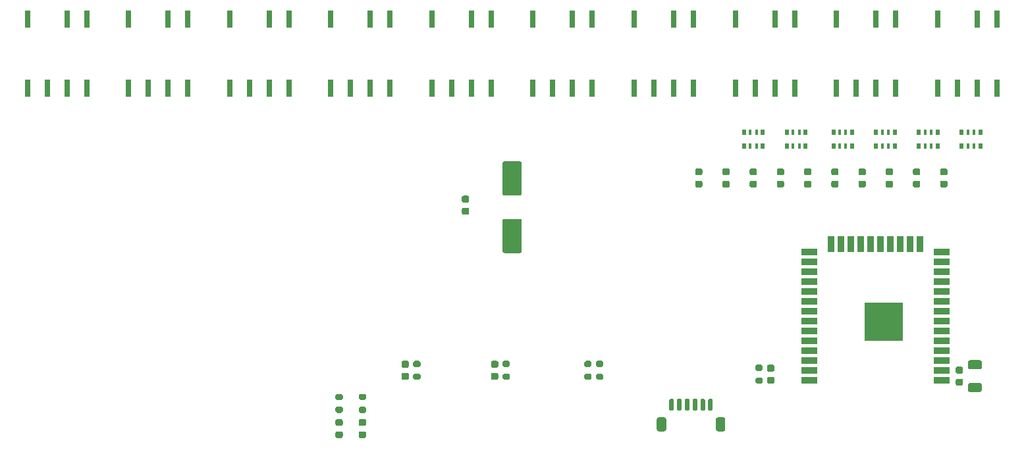
<source format=gbr>
G04 #@! TF.GenerationSoftware,KiCad,Pcbnew,(5.1.8)-1*
G04 #@! TF.CreationDate,2021-11-11T09:43:21+02:00*
G04 #@! TF.ProjectId,controller,636f6e74-726f-46c6-9c65-722e6b696361,rev?*
G04 #@! TF.SameCoordinates,Original*
G04 #@! TF.FileFunction,Paste,Top*
G04 #@! TF.FilePolarity,Positive*
%FSLAX46Y46*%
G04 Gerber Fmt 4.6, Leading zero omitted, Abs format (unit mm)*
G04 Created by KiCad (PCBNEW (5.1.8)-1) date 2021-11-11 09:43:21*
%MOMM*%
%LPD*%
G01*
G04 APERTURE LIST*
%ADD10R,0.800000X2.200000*%
%ADD11R,0.500000X0.800000*%
%ADD12R,0.400000X0.800000*%
%ADD13R,2.000000X0.900000*%
%ADD14R,0.900000X2.000000*%
%ADD15R,5.000000X5.000000*%
G04 APERTURE END LIST*
G04 #@! TO.C,C4*
G36*
G01*
X120500000Y-79250000D02*
X118500000Y-79250000D01*
G75*
G02*
X118250000Y-79000000I0J250000D01*
G01*
X118250000Y-75100000D01*
G75*
G02*
X118500000Y-74850000I250000J0D01*
G01*
X120500000Y-74850000D01*
G75*
G02*
X120750000Y-75100000I0J-250000D01*
G01*
X120750000Y-79000000D01*
G75*
G02*
X120500000Y-79250000I-250000J0D01*
G01*
G37*
G36*
G01*
X120500000Y-86650000D02*
X118500000Y-86650000D01*
G75*
G02*
X118250000Y-86400000I0J250000D01*
G01*
X118250000Y-82500000D01*
G75*
G02*
X118500000Y-82250000I250000J0D01*
G01*
X120500000Y-82250000D01*
G75*
G02*
X120750000Y-82500000I0J-250000D01*
G01*
X120750000Y-86400000D01*
G75*
G02*
X120500000Y-86650000I-250000J0D01*
G01*
G37*
G04 #@! TD*
D10*
G04 #@! TO.C,U11*
X181810000Y-65450000D03*
X181810000Y-56550000D03*
X179270000Y-65450000D03*
X179270000Y-56550000D03*
X176730000Y-65450000D03*
X174190000Y-65450000D03*
X174190000Y-56550000D03*
G04 #@! TD*
G04 #@! TO.C,U10*
X168810000Y-65450000D03*
X168810000Y-56550000D03*
X166270000Y-65450000D03*
X166270000Y-56550000D03*
X163730000Y-65450000D03*
X161190000Y-65450000D03*
X161190000Y-56550000D03*
G04 #@! TD*
G04 #@! TO.C,U9*
X155810000Y-65450000D03*
X155810000Y-56550000D03*
X153270000Y-65450000D03*
X153270000Y-56550000D03*
X150730000Y-65450000D03*
X148190000Y-65450000D03*
X148190000Y-56550000D03*
G04 #@! TD*
G04 #@! TO.C,U8*
X142810000Y-65450000D03*
X142810000Y-56550000D03*
X140270000Y-65450000D03*
X140270000Y-56550000D03*
X137730000Y-65450000D03*
X135190000Y-65450000D03*
X135190000Y-56550000D03*
G04 #@! TD*
G04 #@! TO.C,U7*
X129810000Y-65450000D03*
X129810000Y-56550000D03*
X127270000Y-65450000D03*
X127270000Y-56550000D03*
X124730000Y-65450000D03*
X122190000Y-65450000D03*
X122190000Y-56550000D03*
G04 #@! TD*
G04 #@! TO.C,U6*
X116810000Y-65450000D03*
X116810000Y-56550000D03*
X114270000Y-65450000D03*
X114270000Y-56550000D03*
X111730000Y-65450000D03*
X109190000Y-65450000D03*
X109190000Y-56550000D03*
G04 #@! TD*
G04 #@! TO.C,U5*
X103810000Y-65450000D03*
X103810000Y-56550000D03*
X101270000Y-65450000D03*
X101270000Y-56550000D03*
X98730000Y-65450000D03*
X96190000Y-65450000D03*
X96190000Y-56550000D03*
G04 #@! TD*
G04 #@! TO.C,U4*
X90810000Y-65450000D03*
X90810000Y-56550000D03*
X88270000Y-65450000D03*
X88270000Y-56550000D03*
X85730000Y-65450000D03*
X83190000Y-65450000D03*
X83190000Y-56550000D03*
G04 #@! TD*
G04 #@! TO.C,U3*
X77810000Y-65450000D03*
X77810000Y-56550000D03*
X75270000Y-65450000D03*
X75270000Y-56550000D03*
X72730000Y-65450000D03*
X70190000Y-65450000D03*
X70190000Y-56550000D03*
G04 #@! TD*
G04 #@! TO.C,U2*
X64810000Y-65450000D03*
X64810000Y-56550000D03*
X62270000Y-65450000D03*
X62270000Y-56550000D03*
X59730000Y-65450000D03*
X57190000Y-65450000D03*
X57190000Y-56550000D03*
G04 #@! TD*
D11*
G04 #@! TO.C,RN1*
X151700000Y-71100000D03*
D12*
X150900000Y-71100000D03*
D11*
X149300000Y-71100000D03*
D12*
X150100000Y-71100000D03*
D11*
X151700000Y-72900000D03*
D12*
X150100000Y-72900000D03*
X150900000Y-72900000D03*
D11*
X149300000Y-72900000D03*
G04 #@! TD*
G04 #@! TO.C,RN3*
X174200000Y-71100000D03*
D12*
X173400000Y-71100000D03*
D11*
X171800000Y-71100000D03*
D12*
X172600000Y-71100000D03*
D11*
X174200000Y-72900000D03*
D12*
X172600000Y-72900000D03*
X173400000Y-72900000D03*
D11*
X171800000Y-72900000D03*
G04 #@! TD*
G04 #@! TO.C,RN2*
X163200000Y-71100000D03*
D12*
X162400000Y-71100000D03*
D11*
X160800000Y-71100000D03*
D12*
X161600000Y-71100000D03*
D11*
X163200000Y-72900000D03*
D12*
X161600000Y-72900000D03*
X162400000Y-72900000D03*
D11*
X160800000Y-72900000D03*
G04 #@! TD*
G04 #@! TO.C,J3*
G36*
G01*
X139300000Y-108049999D02*
X139300000Y-109350001D01*
G75*
G02*
X139050001Y-109600000I-249999J0D01*
G01*
X138349999Y-109600000D01*
G75*
G02*
X138100000Y-109350001I0J249999D01*
G01*
X138100000Y-108049999D01*
G75*
G02*
X138349999Y-107800000I249999J0D01*
G01*
X139050001Y-107800000D01*
G75*
G02*
X139300000Y-108049999I0J-249999D01*
G01*
G37*
G36*
G01*
X146900000Y-108049999D02*
X146900000Y-109350001D01*
G75*
G02*
X146650001Y-109600000I-249999J0D01*
G01*
X145949999Y-109600000D01*
G75*
G02*
X145700000Y-109350001I0J249999D01*
G01*
X145700000Y-108049999D01*
G75*
G02*
X145949999Y-107800000I249999J0D01*
G01*
X146650001Y-107800000D01*
G75*
G02*
X146900000Y-108049999I0J-249999D01*
G01*
G37*
G36*
G01*
X140300000Y-105550000D02*
X140300000Y-106800000D01*
G75*
G02*
X140150000Y-106950000I-150000J0D01*
G01*
X139850000Y-106950000D01*
G75*
G02*
X139700000Y-106800000I0J150000D01*
G01*
X139700000Y-105550000D01*
G75*
G02*
X139850000Y-105400000I150000J0D01*
G01*
X140150000Y-105400000D01*
G75*
G02*
X140300000Y-105550000I0J-150000D01*
G01*
G37*
G36*
G01*
X141300000Y-105550000D02*
X141300000Y-106800000D01*
G75*
G02*
X141150000Y-106950000I-150000J0D01*
G01*
X140850000Y-106950000D01*
G75*
G02*
X140700000Y-106800000I0J150000D01*
G01*
X140700000Y-105550000D01*
G75*
G02*
X140850000Y-105400000I150000J0D01*
G01*
X141150000Y-105400000D01*
G75*
G02*
X141300000Y-105550000I0J-150000D01*
G01*
G37*
G36*
G01*
X142300000Y-105550000D02*
X142300000Y-106800000D01*
G75*
G02*
X142150000Y-106950000I-150000J0D01*
G01*
X141850000Y-106950000D01*
G75*
G02*
X141700000Y-106800000I0J150000D01*
G01*
X141700000Y-105550000D01*
G75*
G02*
X141850000Y-105400000I150000J0D01*
G01*
X142150000Y-105400000D01*
G75*
G02*
X142300000Y-105550000I0J-150000D01*
G01*
G37*
G36*
G01*
X143300000Y-105550000D02*
X143300000Y-106800000D01*
G75*
G02*
X143150000Y-106950000I-150000J0D01*
G01*
X142850000Y-106950000D01*
G75*
G02*
X142700000Y-106800000I0J150000D01*
G01*
X142700000Y-105550000D01*
G75*
G02*
X142850000Y-105400000I150000J0D01*
G01*
X143150000Y-105400000D01*
G75*
G02*
X143300000Y-105550000I0J-150000D01*
G01*
G37*
G36*
G01*
X144300000Y-105550000D02*
X144300000Y-106800000D01*
G75*
G02*
X144150000Y-106950000I-150000J0D01*
G01*
X143850000Y-106950000D01*
G75*
G02*
X143700000Y-106800000I0J150000D01*
G01*
X143700000Y-105550000D01*
G75*
G02*
X143850000Y-105400000I150000J0D01*
G01*
X144150000Y-105400000D01*
G75*
G02*
X144300000Y-105550000I0J-150000D01*
G01*
G37*
G36*
G01*
X145300000Y-105550000D02*
X145300000Y-106800000D01*
G75*
G02*
X145150000Y-106950000I-150000J0D01*
G01*
X144850000Y-106950000D01*
G75*
G02*
X144700000Y-106800000I0J150000D01*
G01*
X144700000Y-105550000D01*
G75*
G02*
X144850000Y-105400000I150000J0D01*
G01*
X145150000Y-105400000D01*
G75*
G02*
X145300000Y-105550000I0J-150000D01*
G01*
G37*
G04 #@! TD*
D13*
G04 #@! TO.C,U1*
X157750000Y-103005000D03*
X157750000Y-101735000D03*
X157750000Y-100465000D03*
X157750000Y-99195000D03*
X157750000Y-97925000D03*
X157750000Y-96655000D03*
X157750000Y-95385000D03*
X157750000Y-94115000D03*
X157750000Y-92845000D03*
X157750000Y-91575000D03*
X157750000Y-90305000D03*
X157750000Y-89035000D03*
X157750000Y-87765000D03*
X157750000Y-86495000D03*
D14*
X160535000Y-85495000D03*
X161805000Y-85495000D03*
X163075000Y-85495000D03*
X164345000Y-85495000D03*
X165615000Y-85495000D03*
X166885000Y-85495000D03*
X168155000Y-85495000D03*
X169425000Y-85495000D03*
X170695000Y-85495000D03*
X171965000Y-85495000D03*
D13*
X174750000Y-86495000D03*
X174750000Y-87765000D03*
X174750000Y-89035000D03*
X174750000Y-90305000D03*
X174750000Y-91575000D03*
X174750000Y-92845000D03*
X174750000Y-94115000D03*
X174750000Y-95385000D03*
X174750000Y-96655000D03*
X174750000Y-97925000D03*
X174750000Y-99195000D03*
X174750000Y-100465000D03*
X174750000Y-101735000D03*
X174750000Y-103005000D03*
D15*
X167250000Y-95505000D03*
G04 #@! TD*
D11*
G04 #@! TO.C,RN6*
X179700000Y-71100000D03*
D12*
X178900000Y-71100000D03*
D11*
X177300000Y-71100000D03*
D12*
X178100000Y-71100000D03*
D11*
X179700000Y-72900000D03*
D12*
X178100000Y-72900000D03*
X178900000Y-72900000D03*
D11*
X177300000Y-72900000D03*
G04 #@! TD*
G04 #@! TO.C,RN5*
X168700000Y-71100000D03*
D12*
X167900000Y-71100000D03*
D11*
X166300000Y-71100000D03*
D12*
X167100000Y-71100000D03*
D11*
X168700000Y-72900000D03*
D12*
X167100000Y-72900000D03*
X167900000Y-72900000D03*
D11*
X166300000Y-72900000D03*
G04 #@! TD*
G04 #@! TO.C,RN4*
X157200000Y-71100000D03*
D12*
X156400000Y-71100000D03*
D11*
X154800000Y-71100000D03*
D12*
X155600000Y-71100000D03*
D11*
X157200000Y-72900000D03*
D12*
X155600000Y-72900000D03*
X156400000Y-72900000D03*
D11*
X154800000Y-72900000D03*
G04 #@! TD*
G04 #@! TO.C,R8*
G36*
G01*
X100525000Y-105575000D02*
X99975000Y-105575000D01*
G75*
G02*
X99775000Y-105375000I0J200000D01*
G01*
X99775000Y-104975000D01*
G75*
G02*
X99975000Y-104775000I200000J0D01*
G01*
X100525000Y-104775000D01*
G75*
G02*
X100725000Y-104975000I0J-200000D01*
G01*
X100725000Y-105375000D01*
G75*
G02*
X100525000Y-105575000I-200000J0D01*
G01*
G37*
G36*
G01*
X100525000Y-107225000D02*
X99975000Y-107225000D01*
G75*
G02*
X99775000Y-107025000I0J200000D01*
G01*
X99775000Y-106625000D01*
G75*
G02*
X99975000Y-106425000I200000J0D01*
G01*
X100525000Y-106425000D01*
G75*
G02*
X100725000Y-106625000I0J-200000D01*
G01*
X100725000Y-107025000D01*
G75*
G02*
X100525000Y-107225000I-200000J0D01*
G01*
G37*
G04 #@! TD*
G04 #@! TO.C,R7*
G36*
G01*
X119025000Y-101325000D02*
X118475000Y-101325000D01*
G75*
G02*
X118275000Y-101125000I0J200000D01*
G01*
X118275000Y-100725000D01*
G75*
G02*
X118475000Y-100525000I200000J0D01*
G01*
X119025000Y-100525000D01*
G75*
G02*
X119225000Y-100725000I0J-200000D01*
G01*
X119225000Y-101125000D01*
G75*
G02*
X119025000Y-101325000I-200000J0D01*
G01*
G37*
G36*
G01*
X119025000Y-102975000D02*
X118475000Y-102975000D01*
G75*
G02*
X118275000Y-102775000I0J200000D01*
G01*
X118275000Y-102375000D01*
G75*
G02*
X118475000Y-102175000I200000J0D01*
G01*
X119025000Y-102175000D01*
G75*
G02*
X119225000Y-102375000I0J-200000D01*
G01*
X119225000Y-102775000D01*
G75*
G02*
X119025000Y-102975000I-200000J0D01*
G01*
G37*
G04 #@! TD*
G04 #@! TO.C,R6*
G36*
G01*
X97525000Y-105575000D02*
X96975000Y-105575000D01*
G75*
G02*
X96775000Y-105375000I0J200000D01*
G01*
X96775000Y-104975000D01*
G75*
G02*
X96975000Y-104775000I200000J0D01*
G01*
X97525000Y-104775000D01*
G75*
G02*
X97725000Y-104975000I0J-200000D01*
G01*
X97725000Y-105375000D01*
G75*
G02*
X97525000Y-105575000I-200000J0D01*
G01*
G37*
G36*
G01*
X97525000Y-107225000D02*
X96975000Y-107225000D01*
G75*
G02*
X96775000Y-107025000I0J200000D01*
G01*
X96775000Y-106625000D01*
G75*
G02*
X96975000Y-106425000I200000J0D01*
G01*
X97525000Y-106425000D01*
G75*
G02*
X97725000Y-106625000I0J-200000D01*
G01*
X97725000Y-107025000D01*
G75*
G02*
X97525000Y-107225000I-200000J0D01*
G01*
G37*
G04 #@! TD*
G04 #@! TO.C,R5*
G36*
G01*
X107525000Y-101325000D02*
X106975000Y-101325000D01*
G75*
G02*
X106775000Y-101125000I0J200000D01*
G01*
X106775000Y-100725000D01*
G75*
G02*
X106975000Y-100525000I200000J0D01*
G01*
X107525000Y-100525000D01*
G75*
G02*
X107725000Y-100725000I0J-200000D01*
G01*
X107725000Y-101125000D01*
G75*
G02*
X107525000Y-101325000I-200000J0D01*
G01*
G37*
G36*
G01*
X107525000Y-102975000D02*
X106975000Y-102975000D01*
G75*
G02*
X106775000Y-102775000I0J200000D01*
G01*
X106775000Y-102375000D01*
G75*
G02*
X106975000Y-102175000I200000J0D01*
G01*
X107525000Y-102175000D01*
G75*
G02*
X107725000Y-102375000I0J-200000D01*
G01*
X107725000Y-102775000D01*
G75*
G02*
X107525000Y-102975000I-200000J0D01*
G01*
G37*
G04 #@! TD*
G04 #@! TO.C,R4*
G36*
G01*
X128975000Y-102175000D02*
X129525000Y-102175000D01*
G75*
G02*
X129725000Y-102375000I0J-200000D01*
G01*
X129725000Y-102775000D01*
G75*
G02*
X129525000Y-102975000I-200000J0D01*
G01*
X128975000Y-102975000D01*
G75*
G02*
X128775000Y-102775000I0J200000D01*
G01*
X128775000Y-102375000D01*
G75*
G02*
X128975000Y-102175000I200000J0D01*
G01*
G37*
G36*
G01*
X128975000Y-100525000D02*
X129525000Y-100525000D01*
G75*
G02*
X129725000Y-100725000I0J-200000D01*
G01*
X129725000Y-101125000D01*
G75*
G02*
X129525000Y-101325000I-200000J0D01*
G01*
X128975000Y-101325000D01*
G75*
G02*
X128775000Y-101125000I0J200000D01*
G01*
X128775000Y-100725000D01*
G75*
G02*
X128975000Y-100525000I200000J0D01*
G01*
G37*
G04 #@! TD*
G04 #@! TO.C,R3*
G36*
G01*
X130475000Y-102175000D02*
X131025000Y-102175000D01*
G75*
G02*
X131225000Y-102375000I0J-200000D01*
G01*
X131225000Y-102775000D01*
G75*
G02*
X131025000Y-102975000I-200000J0D01*
G01*
X130475000Y-102975000D01*
G75*
G02*
X130275000Y-102775000I0J200000D01*
G01*
X130275000Y-102375000D01*
G75*
G02*
X130475000Y-102175000I200000J0D01*
G01*
G37*
G36*
G01*
X130475000Y-100525000D02*
X131025000Y-100525000D01*
G75*
G02*
X131225000Y-100725000I0J-200000D01*
G01*
X131225000Y-101125000D01*
G75*
G02*
X131025000Y-101325000I-200000J0D01*
G01*
X130475000Y-101325000D01*
G75*
G02*
X130275000Y-101125000I0J200000D01*
G01*
X130275000Y-100725000D01*
G75*
G02*
X130475000Y-100525000I200000J0D01*
G01*
G37*
G04 #@! TD*
G04 #@! TO.C,R1*
G36*
G01*
X150975000Y-102675000D02*
X151525000Y-102675000D01*
G75*
G02*
X151725000Y-102875000I0J-200000D01*
G01*
X151725000Y-103275000D01*
G75*
G02*
X151525000Y-103475000I-200000J0D01*
G01*
X150975000Y-103475000D01*
G75*
G02*
X150775000Y-103275000I0J200000D01*
G01*
X150775000Y-102875000D01*
G75*
G02*
X150975000Y-102675000I200000J0D01*
G01*
G37*
G36*
G01*
X150975000Y-101025000D02*
X151525000Y-101025000D01*
G75*
G02*
X151725000Y-101225000I0J-200000D01*
G01*
X151725000Y-101625000D01*
G75*
G02*
X151525000Y-101825000I-200000J0D01*
G01*
X150975000Y-101825000D01*
G75*
G02*
X150775000Y-101625000I0J200000D01*
G01*
X150775000Y-101225000D01*
G75*
G02*
X150975000Y-101025000I200000J0D01*
G01*
G37*
G04 #@! TD*
G04 #@! TO.C,D12*
G36*
G01*
X174743750Y-77350000D02*
X175256250Y-77350000D01*
G75*
G02*
X175475000Y-77568750I0J-218750D01*
G01*
X175475000Y-78006250D01*
G75*
G02*
X175256250Y-78225000I-218750J0D01*
G01*
X174743750Y-78225000D01*
G75*
G02*
X174525000Y-78006250I0J218750D01*
G01*
X174525000Y-77568750D01*
G75*
G02*
X174743750Y-77350000I218750J0D01*
G01*
G37*
G36*
G01*
X174743750Y-75775000D02*
X175256250Y-75775000D01*
G75*
G02*
X175475000Y-75993750I0J-218750D01*
G01*
X175475000Y-76431250D01*
G75*
G02*
X175256250Y-76650000I-218750J0D01*
G01*
X174743750Y-76650000D01*
G75*
G02*
X174525000Y-76431250I0J218750D01*
G01*
X174525000Y-75993750D01*
G75*
G02*
X174743750Y-75775000I218750J0D01*
G01*
G37*
G04 #@! TD*
G04 #@! TO.C,D11*
G36*
G01*
X171243750Y-77350000D02*
X171756250Y-77350000D01*
G75*
G02*
X171975000Y-77568750I0J-218750D01*
G01*
X171975000Y-78006250D01*
G75*
G02*
X171756250Y-78225000I-218750J0D01*
G01*
X171243750Y-78225000D01*
G75*
G02*
X171025000Y-78006250I0J218750D01*
G01*
X171025000Y-77568750D01*
G75*
G02*
X171243750Y-77350000I218750J0D01*
G01*
G37*
G36*
G01*
X171243750Y-75775000D02*
X171756250Y-75775000D01*
G75*
G02*
X171975000Y-75993750I0J-218750D01*
G01*
X171975000Y-76431250D01*
G75*
G02*
X171756250Y-76650000I-218750J0D01*
G01*
X171243750Y-76650000D01*
G75*
G02*
X171025000Y-76431250I0J218750D01*
G01*
X171025000Y-75993750D01*
G75*
G02*
X171243750Y-75775000I218750J0D01*
G01*
G37*
G04 #@! TD*
G04 #@! TO.C,D10*
G36*
G01*
X167743750Y-77350000D02*
X168256250Y-77350000D01*
G75*
G02*
X168475000Y-77568750I0J-218750D01*
G01*
X168475000Y-78006250D01*
G75*
G02*
X168256250Y-78225000I-218750J0D01*
G01*
X167743750Y-78225000D01*
G75*
G02*
X167525000Y-78006250I0J218750D01*
G01*
X167525000Y-77568750D01*
G75*
G02*
X167743750Y-77350000I218750J0D01*
G01*
G37*
G36*
G01*
X167743750Y-75775000D02*
X168256250Y-75775000D01*
G75*
G02*
X168475000Y-75993750I0J-218750D01*
G01*
X168475000Y-76431250D01*
G75*
G02*
X168256250Y-76650000I-218750J0D01*
G01*
X167743750Y-76650000D01*
G75*
G02*
X167525000Y-76431250I0J218750D01*
G01*
X167525000Y-75993750D01*
G75*
G02*
X167743750Y-75775000I218750J0D01*
G01*
G37*
G04 #@! TD*
G04 #@! TO.C,D9*
G36*
G01*
X164243750Y-77350000D02*
X164756250Y-77350000D01*
G75*
G02*
X164975000Y-77568750I0J-218750D01*
G01*
X164975000Y-78006250D01*
G75*
G02*
X164756250Y-78225000I-218750J0D01*
G01*
X164243750Y-78225000D01*
G75*
G02*
X164025000Y-78006250I0J218750D01*
G01*
X164025000Y-77568750D01*
G75*
G02*
X164243750Y-77350000I218750J0D01*
G01*
G37*
G36*
G01*
X164243750Y-75775000D02*
X164756250Y-75775000D01*
G75*
G02*
X164975000Y-75993750I0J-218750D01*
G01*
X164975000Y-76431250D01*
G75*
G02*
X164756250Y-76650000I-218750J0D01*
G01*
X164243750Y-76650000D01*
G75*
G02*
X164025000Y-76431250I0J218750D01*
G01*
X164025000Y-75993750D01*
G75*
G02*
X164243750Y-75775000I218750J0D01*
G01*
G37*
G04 #@! TD*
G04 #@! TO.C,D8*
G36*
G01*
X160743750Y-77350000D02*
X161256250Y-77350000D01*
G75*
G02*
X161475000Y-77568750I0J-218750D01*
G01*
X161475000Y-78006250D01*
G75*
G02*
X161256250Y-78225000I-218750J0D01*
G01*
X160743750Y-78225000D01*
G75*
G02*
X160525000Y-78006250I0J218750D01*
G01*
X160525000Y-77568750D01*
G75*
G02*
X160743750Y-77350000I218750J0D01*
G01*
G37*
G36*
G01*
X160743750Y-75775000D02*
X161256250Y-75775000D01*
G75*
G02*
X161475000Y-75993750I0J-218750D01*
G01*
X161475000Y-76431250D01*
G75*
G02*
X161256250Y-76650000I-218750J0D01*
G01*
X160743750Y-76650000D01*
G75*
G02*
X160525000Y-76431250I0J218750D01*
G01*
X160525000Y-75993750D01*
G75*
G02*
X160743750Y-75775000I218750J0D01*
G01*
G37*
G04 #@! TD*
G04 #@! TO.C,D7*
G36*
G01*
X157243750Y-77350000D02*
X157756250Y-77350000D01*
G75*
G02*
X157975000Y-77568750I0J-218750D01*
G01*
X157975000Y-78006250D01*
G75*
G02*
X157756250Y-78225000I-218750J0D01*
G01*
X157243750Y-78225000D01*
G75*
G02*
X157025000Y-78006250I0J218750D01*
G01*
X157025000Y-77568750D01*
G75*
G02*
X157243750Y-77350000I218750J0D01*
G01*
G37*
G36*
G01*
X157243750Y-75775000D02*
X157756250Y-75775000D01*
G75*
G02*
X157975000Y-75993750I0J-218750D01*
G01*
X157975000Y-76431250D01*
G75*
G02*
X157756250Y-76650000I-218750J0D01*
G01*
X157243750Y-76650000D01*
G75*
G02*
X157025000Y-76431250I0J218750D01*
G01*
X157025000Y-75993750D01*
G75*
G02*
X157243750Y-75775000I218750J0D01*
G01*
G37*
G04 #@! TD*
G04 #@! TO.C,D6*
G36*
G01*
X153743750Y-77350000D02*
X154256250Y-77350000D01*
G75*
G02*
X154475000Y-77568750I0J-218750D01*
G01*
X154475000Y-78006250D01*
G75*
G02*
X154256250Y-78225000I-218750J0D01*
G01*
X153743750Y-78225000D01*
G75*
G02*
X153525000Y-78006250I0J218750D01*
G01*
X153525000Y-77568750D01*
G75*
G02*
X153743750Y-77350000I218750J0D01*
G01*
G37*
G36*
G01*
X153743750Y-75775000D02*
X154256250Y-75775000D01*
G75*
G02*
X154475000Y-75993750I0J-218750D01*
G01*
X154475000Y-76431250D01*
G75*
G02*
X154256250Y-76650000I-218750J0D01*
G01*
X153743750Y-76650000D01*
G75*
G02*
X153525000Y-76431250I0J218750D01*
G01*
X153525000Y-75993750D01*
G75*
G02*
X153743750Y-75775000I218750J0D01*
G01*
G37*
G04 #@! TD*
G04 #@! TO.C,D5*
G36*
G01*
X150243750Y-77350000D02*
X150756250Y-77350000D01*
G75*
G02*
X150975000Y-77568750I0J-218750D01*
G01*
X150975000Y-78006250D01*
G75*
G02*
X150756250Y-78225000I-218750J0D01*
G01*
X150243750Y-78225000D01*
G75*
G02*
X150025000Y-78006250I0J218750D01*
G01*
X150025000Y-77568750D01*
G75*
G02*
X150243750Y-77350000I218750J0D01*
G01*
G37*
G36*
G01*
X150243750Y-75775000D02*
X150756250Y-75775000D01*
G75*
G02*
X150975000Y-75993750I0J-218750D01*
G01*
X150975000Y-76431250D01*
G75*
G02*
X150756250Y-76650000I-218750J0D01*
G01*
X150243750Y-76650000D01*
G75*
G02*
X150025000Y-76431250I0J218750D01*
G01*
X150025000Y-75993750D01*
G75*
G02*
X150243750Y-75775000I218750J0D01*
G01*
G37*
G04 #@! TD*
G04 #@! TO.C,D4*
G36*
G01*
X146743750Y-77350000D02*
X147256250Y-77350000D01*
G75*
G02*
X147475000Y-77568750I0J-218750D01*
G01*
X147475000Y-78006250D01*
G75*
G02*
X147256250Y-78225000I-218750J0D01*
G01*
X146743750Y-78225000D01*
G75*
G02*
X146525000Y-78006250I0J218750D01*
G01*
X146525000Y-77568750D01*
G75*
G02*
X146743750Y-77350000I218750J0D01*
G01*
G37*
G36*
G01*
X146743750Y-75775000D02*
X147256250Y-75775000D01*
G75*
G02*
X147475000Y-75993750I0J-218750D01*
G01*
X147475000Y-76431250D01*
G75*
G02*
X147256250Y-76650000I-218750J0D01*
G01*
X146743750Y-76650000D01*
G75*
G02*
X146525000Y-76431250I0J218750D01*
G01*
X146525000Y-75993750D01*
G75*
G02*
X146743750Y-75775000I218750J0D01*
G01*
G37*
G04 #@! TD*
G04 #@! TO.C,D3*
G36*
G01*
X143243750Y-77350000D02*
X143756250Y-77350000D01*
G75*
G02*
X143975000Y-77568750I0J-218750D01*
G01*
X143975000Y-78006250D01*
G75*
G02*
X143756250Y-78225000I-218750J0D01*
G01*
X143243750Y-78225000D01*
G75*
G02*
X143025000Y-78006250I0J218750D01*
G01*
X143025000Y-77568750D01*
G75*
G02*
X143243750Y-77350000I218750J0D01*
G01*
G37*
G36*
G01*
X143243750Y-75775000D02*
X143756250Y-75775000D01*
G75*
G02*
X143975000Y-75993750I0J-218750D01*
G01*
X143975000Y-76431250D01*
G75*
G02*
X143756250Y-76650000I-218750J0D01*
G01*
X143243750Y-76650000D01*
G75*
G02*
X143025000Y-76431250I0J218750D01*
G01*
X143025000Y-75993750D01*
G75*
G02*
X143243750Y-75775000I218750J0D01*
G01*
G37*
G04 #@! TD*
G04 #@! TO.C,D2*
G36*
G01*
X100506250Y-108900000D02*
X99993750Y-108900000D01*
G75*
G02*
X99775000Y-108681250I0J218750D01*
G01*
X99775000Y-108243750D01*
G75*
G02*
X99993750Y-108025000I218750J0D01*
G01*
X100506250Y-108025000D01*
G75*
G02*
X100725000Y-108243750I0J-218750D01*
G01*
X100725000Y-108681250D01*
G75*
G02*
X100506250Y-108900000I-218750J0D01*
G01*
G37*
G36*
G01*
X100506250Y-110475000D02*
X99993750Y-110475000D01*
G75*
G02*
X99775000Y-110256250I0J218750D01*
G01*
X99775000Y-109818750D01*
G75*
G02*
X99993750Y-109600000I218750J0D01*
G01*
X100506250Y-109600000D01*
G75*
G02*
X100725000Y-109818750I0J-218750D01*
G01*
X100725000Y-110256250D01*
G75*
G02*
X100506250Y-110475000I-218750J0D01*
G01*
G37*
G04 #@! TD*
G04 #@! TO.C,D1*
G36*
G01*
X97506250Y-108900000D02*
X96993750Y-108900000D01*
G75*
G02*
X96775000Y-108681250I0J218750D01*
G01*
X96775000Y-108243750D01*
G75*
G02*
X96993750Y-108025000I218750J0D01*
G01*
X97506250Y-108025000D01*
G75*
G02*
X97725000Y-108243750I0J-218750D01*
G01*
X97725000Y-108681250D01*
G75*
G02*
X97506250Y-108900000I-218750J0D01*
G01*
G37*
G36*
G01*
X97506250Y-110475000D02*
X96993750Y-110475000D01*
G75*
G02*
X96775000Y-110256250I0J218750D01*
G01*
X96775000Y-109818750D01*
G75*
G02*
X96993750Y-109600000I218750J0D01*
G01*
X97506250Y-109600000D01*
G75*
G02*
X97725000Y-109818750I0J-218750D01*
G01*
X97725000Y-110256250D01*
G75*
G02*
X97506250Y-110475000I-218750J0D01*
G01*
G37*
G04 #@! TD*
G04 #@! TO.C,C8*
G36*
G01*
X117000000Y-102075000D02*
X117500000Y-102075000D01*
G75*
G02*
X117725000Y-102300000I0J-225000D01*
G01*
X117725000Y-102750000D01*
G75*
G02*
X117500000Y-102975000I-225000J0D01*
G01*
X117000000Y-102975000D01*
G75*
G02*
X116775000Y-102750000I0J225000D01*
G01*
X116775000Y-102300000D01*
G75*
G02*
X117000000Y-102075000I225000J0D01*
G01*
G37*
G36*
G01*
X117000000Y-100525000D02*
X117500000Y-100525000D01*
G75*
G02*
X117725000Y-100750000I0J-225000D01*
G01*
X117725000Y-101200000D01*
G75*
G02*
X117500000Y-101425000I-225000J0D01*
G01*
X117000000Y-101425000D01*
G75*
G02*
X116775000Y-101200000I0J225000D01*
G01*
X116775000Y-100750000D01*
G75*
G02*
X117000000Y-100525000I225000J0D01*
G01*
G37*
G04 #@! TD*
G04 #@! TO.C,C7*
G36*
G01*
X105500000Y-102075000D02*
X106000000Y-102075000D01*
G75*
G02*
X106225000Y-102300000I0J-225000D01*
G01*
X106225000Y-102750000D01*
G75*
G02*
X106000000Y-102975000I-225000J0D01*
G01*
X105500000Y-102975000D01*
G75*
G02*
X105275000Y-102750000I0J225000D01*
G01*
X105275000Y-102300000D01*
G75*
G02*
X105500000Y-102075000I225000J0D01*
G01*
G37*
G36*
G01*
X105500000Y-100525000D02*
X106000000Y-100525000D01*
G75*
G02*
X106225000Y-100750000I0J-225000D01*
G01*
X106225000Y-101200000D01*
G75*
G02*
X106000000Y-101425000I-225000J0D01*
G01*
X105500000Y-101425000D01*
G75*
G02*
X105275000Y-101200000I0J225000D01*
G01*
X105275000Y-100750000D01*
G75*
G02*
X105500000Y-100525000I225000J0D01*
G01*
G37*
G04 #@! TD*
G04 #@! TO.C,C6*
G36*
G01*
X176750000Y-102825000D02*
X177250000Y-102825000D01*
G75*
G02*
X177475000Y-103050000I0J-225000D01*
G01*
X177475000Y-103500000D01*
G75*
G02*
X177250000Y-103725000I-225000J0D01*
G01*
X176750000Y-103725000D01*
G75*
G02*
X176525000Y-103500000I0J225000D01*
G01*
X176525000Y-103050000D01*
G75*
G02*
X176750000Y-102825000I225000J0D01*
G01*
G37*
G36*
G01*
X176750000Y-101275000D02*
X177250000Y-101275000D01*
G75*
G02*
X177475000Y-101500000I0J-225000D01*
G01*
X177475000Y-101950000D01*
G75*
G02*
X177250000Y-102175000I-225000J0D01*
G01*
X176750000Y-102175000D01*
G75*
G02*
X176525000Y-101950000I0J225000D01*
G01*
X176525000Y-101500000D01*
G75*
G02*
X176750000Y-101275000I225000J0D01*
G01*
G37*
G04 #@! TD*
G04 #@! TO.C,C5*
G36*
G01*
X178349999Y-103400000D02*
X179650001Y-103400000D01*
G75*
G02*
X179900000Y-103649999I0J-249999D01*
G01*
X179900000Y-104300001D01*
G75*
G02*
X179650001Y-104550000I-249999J0D01*
G01*
X178349999Y-104550000D01*
G75*
G02*
X178100000Y-104300001I0J249999D01*
G01*
X178100000Y-103649999D01*
G75*
G02*
X178349999Y-103400000I249999J0D01*
G01*
G37*
G36*
G01*
X178349999Y-100450000D02*
X179650001Y-100450000D01*
G75*
G02*
X179900000Y-100699999I0J-249999D01*
G01*
X179900000Y-101350001D01*
G75*
G02*
X179650001Y-101600000I-249999J0D01*
G01*
X178349999Y-101600000D01*
G75*
G02*
X178100000Y-101350001I0J249999D01*
G01*
X178100000Y-100699999D01*
G75*
G02*
X178349999Y-100450000I249999J0D01*
G01*
G37*
G04 #@! TD*
G04 #@! TO.C,C3*
G36*
G01*
X113750000Y-80175000D02*
X113250000Y-80175000D01*
G75*
G02*
X113025000Y-79950000I0J225000D01*
G01*
X113025000Y-79500000D01*
G75*
G02*
X113250000Y-79275000I225000J0D01*
G01*
X113750000Y-79275000D01*
G75*
G02*
X113975000Y-79500000I0J-225000D01*
G01*
X113975000Y-79950000D01*
G75*
G02*
X113750000Y-80175000I-225000J0D01*
G01*
G37*
G36*
G01*
X113750000Y-81725000D02*
X113250000Y-81725000D01*
G75*
G02*
X113025000Y-81500000I0J225000D01*
G01*
X113025000Y-81050000D01*
G75*
G02*
X113250000Y-80825000I225000J0D01*
G01*
X113750000Y-80825000D01*
G75*
G02*
X113975000Y-81050000I0J-225000D01*
G01*
X113975000Y-81500000D01*
G75*
G02*
X113750000Y-81725000I-225000J0D01*
G01*
G37*
G04 #@! TD*
G04 #@! TO.C,C1*
G36*
G01*
X152500000Y-102575000D02*
X153000000Y-102575000D01*
G75*
G02*
X153225000Y-102800000I0J-225000D01*
G01*
X153225000Y-103250000D01*
G75*
G02*
X153000000Y-103475000I-225000J0D01*
G01*
X152500000Y-103475000D01*
G75*
G02*
X152275000Y-103250000I0J225000D01*
G01*
X152275000Y-102800000D01*
G75*
G02*
X152500000Y-102575000I225000J0D01*
G01*
G37*
G36*
G01*
X152500000Y-101025000D02*
X153000000Y-101025000D01*
G75*
G02*
X153225000Y-101250000I0J-225000D01*
G01*
X153225000Y-101700000D01*
G75*
G02*
X153000000Y-101925000I-225000J0D01*
G01*
X152500000Y-101925000D01*
G75*
G02*
X152275000Y-101700000I0J225000D01*
G01*
X152275000Y-101250000D01*
G75*
G02*
X152500000Y-101025000I225000J0D01*
G01*
G37*
G04 #@! TD*
M02*

</source>
